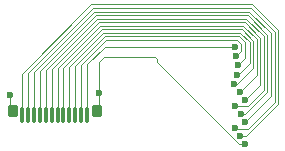
<source format=gbr>
%TF.GenerationSoftware,KiCad,Pcbnew,9.0.1*%
%TF.CreationDate,2025-07-04T15:05:30+02:00*%
%TF.ProjectId,USB_36pinOmnetics_bend,5553425f-3336-4706-996e-4f6d6e657469,rev?*%
%TF.SameCoordinates,Original*%
%TF.FileFunction,Copper,L1,Top*%
%TF.FilePolarity,Positive*%
%FSLAX46Y46*%
G04 Gerber Fmt 4.6, Leading zero omitted, Abs format (unit mm)*
G04 Created by KiCad (PCBNEW 9.0.1) date 2025-07-04 15:05:30*
%MOMM*%
%LPD*%
G01*
G04 APERTURE LIST*
G04 Aperture macros list*
%AMRoundRect*
0 Rectangle with rounded corners*
0 $1 Rounding radius*
0 $2 $3 $4 $5 $6 $7 $8 $9 X,Y pos of 4 corners*
0 Add a 4 corners polygon primitive as box body*
4,1,4,$2,$3,$4,$5,$6,$7,$8,$9,$2,$3,0*
0 Add four circle primitives for the rounded corners*
1,1,$1+$1,$2,$3*
1,1,$1+$1,$4,$5*
1,1,$1+$1,$6,$7*
1,1,$1+$1,$8,$9*
0 Add four rect primitives between the rounded corners*
20,1,$1+$1,$2,$3,$4,$5,0*
20,1,$1+$1,$4,$5,$6,$7,0*
20,1,$1+$1,$6,$7,$8,$9,0*
20,1,$1+$1,$8,$9,$2,$3,0*%
G04 Aperture macros list end*
%TA.AperFunction,SMDPad,CuDef*%
%ADD10RoundRect,0.050000X-0.115000X-0.625000X0.115000X-0.625000X0.115000X0.625000X-0.115000X0.625000X0*%
%TD*%
%TA.AperFunction,SMDPad,CuDef*%
%ADD11RoundRect,0.120000X0.280000X0.415000X-0.280000X0.415000X-0.280000X-0.415000X0.280000X-0.415000X0*%
%TD*%
%TA.AperFunction,SMDPad,CuDef*%
%ADD12RoundRect,0.120000X-0.280000X-0.415000X0.280000X-0.415000X0.280000X0.415000X-0.280000X0.415000X0*%
%TD*%
%TA.AperFunction,ViaPad*%
%ADD13C,0.600000*%
%TD*%
%TA.AperFunction,Conductor*%
%ADD14C,0.100000*%
%TD*%
G04 APERTURE END LIST*
D10*
%TO.P,U1,0,0*%
%TO.N,Net-(J1-Pad2)*%
X132300000Y-103300000D03*
%TO.P,U1,1,1*%
%TO.N,Net-(J1-Pad3)*%
X132800000Y-103300000D03*
%TO.P,U1,2,2*%
%TO.N,Net-(J1-Pad4)*%
X133300000Y-103300000D03*
%TO.P,U1,3,3*%
%TO.N,Net-(J1-Pad5)*%
X133800000Y-103300000D03*
%TO.P,U1,4,4*%
%TO.N,Net-(J1-Pad6)*%
X134300000Y-103300000D03*
%TO.P,U1,5,5*%
%TO.N,Net-(J1-Pad7)*%
X134800000Y-103300000D03*
%TO.P,U1,6,6*%
%TO.N,Net-(J1-Pad8)*%
X135300000Y-103300000D03*
%TO.P,U1,7,7*%
%TO.N,Net-(J1-Pad9)*%
X135800000Y-103300000D03*
%TO.P,U1,8,8*%
%TO.N,Net-(J1-Pad10)*%
X136300000Y-103300000D03*
%TO.P,U1,9,9*%
%TO.N,Net-(J1-Pad11)*%
X136800000Y-103300000D03*
%TO.P,U1,10,10*%
%TO.N,Net-(J1-Pad12)*%
X137300000Y-103300000D03*
%TO.P,U1,11,11*%
%TO.N,Net-(J1-Pad13)*%
X137800000Y-103300000D03*
D11*
%TO.P,U1,24,24*%
%TO.N,GND*%
X131500000Y-102990000D03*
D12*
%TO.P,U1,25,25*%
X138600000Y-102990000D03*
%TD*%
D13*
%TO.N,GND*%
X151194284Y-105741958D03*
X131300000Y-101600000D03*
X138805500Y-101400000D03*
%TO.N,Net-(J1-Pad2)*%
X150751678Y-105075547D03*
%TO.N,Net-(J1-Pad3)*%
X150300000Y-104415250D03*
%TO.N,Net-(J1-Pad4)*%
X151200000Y-103900000D03*
%TO.N,Net-(J1-Pad5)*%
X150800000Y-103200000D03*
%TO.N,Net-(J1-Pad6)*%
X150300000Y-102510250D03*
%TO.N,Net-(J1-Pad7)*%
X151172942Y-102017417D03*
%TO.N,Net-(J1-Pad8)*%
X150735124Y-101347850D03*
%TO.N,Net-(J1-Pad9)*%
X150276947Y-100692047D03*
%TO.N,Net-(J1-Pad10)*%
X150455941Y-99912326D03*
%TO.N,Net-(J1-Pad11)*%
X150551001Y-99079502D03*
%TO.N,Net-(J1-Pad12)*%
X150402398Y-98293422D03*
%TO.N,Net-(J1-Pad13)*%
X150300000Y-97500000D03*
%TD*%
D14*
%TO.N,GND*%
X143705000Y-98548665D02*
X143705000Y-98808101D01*
X150638857Y-105741958D02*
X151194284Y-105741958D01*
X138805500Y-98797665D02*
X139233165Y-98370000D01*
X143705000Y-98808101D02*
X150638857Y-105741958D01*
X143526335Y-98370000D02*
X143705000Y-98548665D01*
X139233165Y-98370000D02*
X143526335Y-98370000D01*
X138805500Y-101400000D02*
X138805500Y-98797665D01*
%TO.N,Net-(J1-Pad13)*%
X139282458Y-97500000D02*
X150300000Y-97500000D01*
X137800000Y-98982458D02*
X139282458Y-97500000D01*
X137800000Y-103300000D02*
X137800000Y-98982458D01*
%TO.N,Net-(J1-Pad12)*%
X150851000Y-97844820D02*
X150402398Y-98293422D01*
X150528232Y-96949000D02*
X150851000Y-97271768D01*
X137300000Y-99056780D02*
X139407780Y-96949000D01*
X150851000Y-97271768D02*
X150851000Y-97844820D01*
X137300000Y-103300000D02*
X137300000Y-99056780D01*
X139407780Y-96949000D02*
X150528232Y-96949000D01*
%TO.N,Net-(J1-Pad11)*%
X151152000Y-97147090D02*
X151152000Y-98478503D01*
X150652910Y-96648000D02*
X151152000Y-97147090D01*
X139283102Y-96648000D02*
X150652910Y-96648000D01*
X151152000Y-98478503D02*
X150551001Y-99079502D01*
X136800000Y-99131102D02*
X139283102Y-96648000D01*
X136800000Y-103300000D02*
X136800000Y-99131102D01*
%TO.N,Net-(J1-Pad10)*%
X151561958Y-98930827D02*
X150580459Y-99912326D01*
X150580459Y-99912326D02*
X150455941Y-99912326D01*
X151561958Y-97131370D02*
X151561958Y-98930827D01*
X150777588Y-96347000D02*
X151561958Y-97131370D01*
X139158424Y-96347000D02*
X150777588Y-96347000D01*
X136300000Y-99205424D02*
X139158424Y-96347000D01*
X136300000Y-103300000D02*
X136300000Y-99205424D01*
%TO.N,Net-(J1-Pad9)*%
X150455452Y-100692047D02*
X150276947Y-100692047D01*
X150902266Y-96046000D02*
X151862958Y-97006692D01*
X151862958Y-99284541D02*
X150455452Y-100692047D01*
X139033746Y-96046000D02*
X150902266Y-96046000D01*
X135800000Y-99279746D02*
X139033746Y-96046000D01*
X151862958Y-97006692D02*
X151862958Y-99284541D01*
X135800000Y-103300000D02*
X135800000Y-99279746D01*
%TO.N,Net-(J1-Pad8)*%
X152163958Y-99919016D02*
X150735124Y-101347850D01*
X152163958Y-96882014D02*
X152163958Y-99919016D01*
X138909068Y-95745000D02*
X151026944Y-95745000D01*
X135300000Y-99354068D02*
X138909068Y-95745000D01*
X151026944Y-95745000D02*
X152163958Y-96882014D01*
X135300000Y-103300000D02*
X135300000Y-99354068D01*
%TO.N,Net-(J1-Pad7)*%
X152464958Y-100725401D02*
X151172942Y-102017417D01*
X152464958Y-96757336D02*
X152464958Y-100725401D01*
X134800000Y-99428390D02*
X138784390Y-95444000D01*
X138784390Y-95444000D02*
X151151622Y-95444000D01*
X134800000Y-103300000D02*
X134800000Y-99428390D01*
X151151622Y-95444000D02*
X152464958Y-96757336D01*
%TO.N,Net-(J1-Pad6)*%
X152765958Y-101203633D02*
X151401174Y-102568417D01*
X151401174Y-102568417D02*
X150358167Y-102568417D01*
X151276300Y-95143000D02*
X152765958Y-96632658D01*
X138659712Y-95143000D02*
X151276300Y-95143000D01*
X134300000Y-99502712D02*
X138659712Y-95143000D01*
X150358167Y-102568417D02*
X150300000Y-102510250D01*
X134300000Y-103300000D02*
X134300000Y-99502712D01*
X152765958Y-96632658D02*
X152765958Y-101203633D01*
%TO.N,Net-(J1-Pad5)*%
X153066958Y-96507980D02*
X153066958Y-101328311D01*
X151195269Y-103200000D02*
X150800000Y-103200000D01*
X151400978Y-94842000D02*
X153066958Y-96507980D01*
X133800000Y-99577034D02*
X138535034Y-94842000D01*
X138535034Y-94842000D02*
X151400978Y-94842000D01*
X153066958Y-101328311D02*
X151195269Y-103200000D01*
X133800000Y-103300000D02*
X133800000Y-99577034D01*
%TO.N,Net-(J1-Pad4)*%
X153367958Y-101732042D02*
X151200000Y-103900000D01*
X153367958Y-96383302D02*
X153367958Y-101732042D01*
X151525656Y-94541000D02*
X153367958Y-96383302D01*
X138410356Y-94541000D02*
X151525656Y-94541000D01*
X133300000Y-103300000D02*
X133300000Y-99651356D01*
X133300000Y-99651356D02*
X138410356Y-94541000D01*
%TO.N,Net-(J1-Pad3)*%
X151428232Y-104451000D02*
X150335750Y-104451000D01*
X153668958Y-102210274D02*
X151428232Y-104451000D01*
X150335750Y-104451000D02*
X150300000Y-104415250D01*
X153668958Y-96258624D02*
X153668958Y-102210274D01*
X151650334Y-94240000D02*
X153668958Y-96258624D01*
X132800000Y-99725678D02*
X138285678Y-94240000D01*
X138285678Y-94240000D02*
X151650334Y-94240000D01*
X132800000Y-103300000D02*
X132800000Y-99725678D01*
%TO.N,Net-(J1-Pad2)*%
X153969958Y-96133946D02*
X153969958Y-102334952D01*
X153969958Y-102334952D02*
X151229363Y-105075547D01*
X151775012Y-93939000D02*
X153969958Y-96133946D01*
X151229363Y-105075547D02*
X150751678Y-105075547D01*
X138161000Y-93939000D02*
X151775012Y-93939000D01*
X132300000Y-99800000D02*
X138161000Y-93939000D01*
X132300000Y-103300000D02*
X132300000Y-99800000D01*
%TO.N,GND*%
X131300000Y-102800000D02*
X131300000Y-101600000D01*
X131800000Y-103300000D02*
X131300000Y-102800000D01*
X138805500Y-102794500D02*
X138805500Y-101400000D01*
X138300000Y-103300000D02*
X138805500Y-102794500D01*
%TD*%
M02*

</source>
